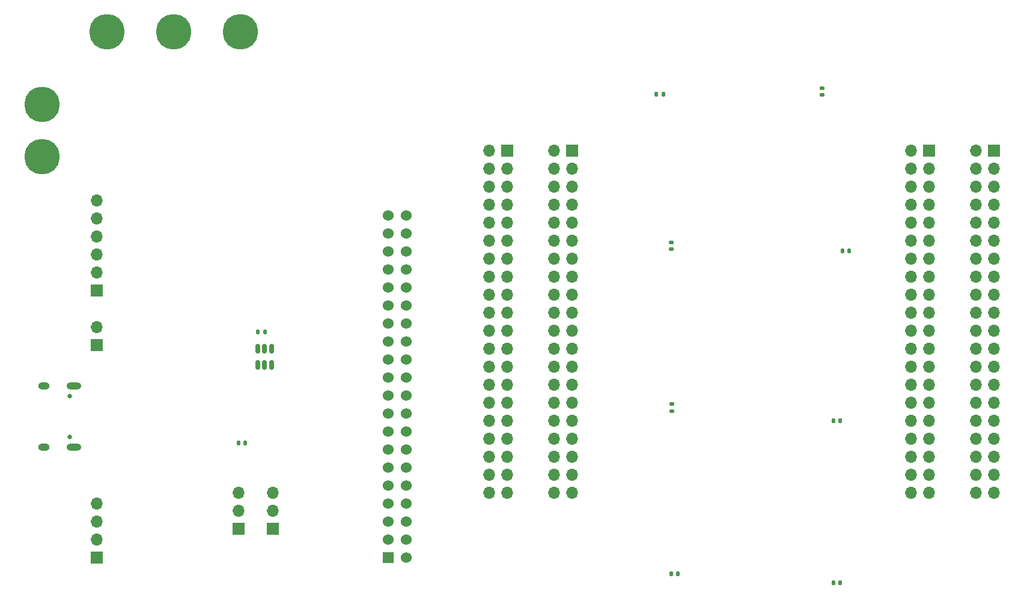
<source format=gbs>
G04 #@! TF.GenerationSoftware,KiCad,Pcbnew,(6.0.7)*
G04 #@! TF.CreationDate,2023-05-24T01:03:00-04:00*
G04 #@! TF.ProjectId,ECELab_v1,4543454c-6162-45f7-9631-2e6b69636164,rev?*
G04 #@! TF.SameCoordinates,Original*
G04 #@! TF.FileFunction,Soldermask,Bot*
G04 #@! TF.FilePolarity,Negative*
%FSLAX46Y46*%
G04 Gerber Fmt 4.6, Leading zero omitted, Abs format (unit mm)*
G04 Created by KiCad (PCBNEW (6.0.7)) date 2023-05-24 01:03:00*
%MOMM*%
%LPD*%
G01*
G04 APERTURE LIST*
G04 Aperture macros list*
%AMRoundRect*
0 Rectangle with rounded corners*
0 $1 Rounding radius*
0 $2 $3 $4 $5 $6 $7 $8 $9 X,Y pos of 4 corners*
0 Add a 4 corners polygon primitive as box body*
4,1,4,$2,$3,$4,$5,$6,$7,$8,$9,$2,$3,0*
0 Add four circle primitives for the rounded corners*
1,1,$1+$1,$2,$3*
1,1,$1+$1,$4,$5*
1,1,$1+$1,$6,$7*
1,1,$1+$1,$8,$9*
0 Add four rect primitives between the rounded corners*
20,1,$1+$1,$2,$3,$4,$5,0*
20,1,$1+$1,$4,$5,$6,$7,0*
20,1,$1+$1,$6,$7,$8,$9,0*
20,1,$1+$1,$8,$9,$2,$3,0*%
G04 Aperture macros list end*
%ADD10C,5.000000*%
%ADD11R,1.700000X1.700000*%
%ADD12O,1.700000X1.700000*%
%ADD13R,1.524000X1.524000*%
%ADD14C,1.524000*%
%ADD15C,0.650000*%
%ADD16O,1.600000X1.000000*%
%ADD17O,2.100000X1.000000*%
%ADD18RoundRect,0.140000X-0.140000X-0.170000X0.140000X-0.170000X0.140000X0.170000X-0.140000X0.170000X0*%
%ADD19RoundRect,0.140000X-0.170000X0.140000X-0.170000X-0.140000X0.170000X-0.140000X0.170000X0.140000X0*%
%ADD20RoundRect,0.140000X0.140000X0.170000X-0.140000X0.170000X-0.140000X-0.170000X0.140000X-0.170000X0*%
%ADD21RoundRect,0.150000X-0.150000X0.512500X-0.150000X-0.512500X0.150000X-0.512500X0.150000X0.512500X0*%
%ADD22RoundRect,0.135000X-0.135000X-0.185000X0.135000X-0.185000X0.135000X0.185000X-0.135000X0.185000X0*%
G04 APERTURE END LIST*
D10*
X107950000Y-84328000D03*
D11*
X140475000Y-136815000D03*
D12*
X140475000Y-134275000D03*
X140475000Y-131735000D03*
D11*
X242037000Y-83477000D03*
D12*
X239497000Y-83477000D03*
X242037000Y-86017000D03*
X239497000Y-86017000D03*
X242037000Y-88557000D03*
X239497000Y-88557000D03*
X242037000Y-91097000D03*
X239497000Y-91097000D03*
X242037000Y-93637000D03*
X239497000Y-93637000D03*
X242037000Y-96177000D03*
X239497000Y-96177000D03*
X242037000Y-98717000D03*
X239497000Y-98717000D03*
X242037000Y-101257000D03*
X239497000Y-101257000D03*
X242037000Y-103797000D03*
X239497000Y-103797000D03*
X242037000Y-106337000D03*
X239497000Y-106337000D03*
X242037000Y-108877000D03*
X239497000Y-108877000D03*
X242037000Y-111417000D03*
X239497000Y-111417000D03*
X242037000Y-113957000D03*
X239497000Y-113957000D03*
X242037000Y-116497000D03*
X239497000Y-116497000D03*
X242037000Y-119037000D03*
X239497000Y-119037000D03*
X242037000Y-121577000D03*
X239497000Y-121577000D03*
X242037000Y-124117000D03*
X239497000Y-124117000D03*
X242037000Y-126657000D03*
X239497000Y-126657000D03*
X242037000Y-129197000D03*
X239497000Y-129197000D03*
X242037000Y-131737000D03*
X239497000Y-131737000D03*
D11*
X232893000Y-83477000D03*
D12*
X230353000Y-83477000D03*
X232893000Y-86017000D03*
X230353000Y-86017000D03*
X232893000Y-88557000D03*
X230353000Y-88557000D03*
X232893000Y-91097000D03*
X230353000Y-91097000D03*
X232893000Y-93637000D03*
X230353000Y-93637000D03*
X232893000Y-96177000D03*
X230353000Y-96177000D03*
X232893000Y-98717000D03*
X230353000Y-98717000D03*
X232893000Y-101257000D03*
X230353000Y-101257000D03*
X232893000Y-103797000D03*
X230353000Y-103797000D03*
X232893000Y-106337000D03*
X230353000Y-106337000D03*
X232893000Y-108877000D03*
X230353000Y-108877000D03*
X232893000Y-111417000D03*
X230353000Y-111417000D03*
X232893000Y-113957000D03*
X230353000Y-113957000D03*
X232893000Y-116497000D03*
X230353000Y-116497000D03*
X232893000Y-119037000D03*
X230353000Y-119037000D03*
X232893000Y-121577000D03*
X230353000Y-121577000D03*
X232893000Y-124117000D03*
X230353000Y-124117000D03*
X232893000Y-126657000D03*
X230353000Y-126657000D03*
X232893000Y-129197000D03*
X230353000Y-129197000D03*
X232893000Y-131737000D03*
X230353000Y-131737000D03*
D11*
X182601000Y-83477000D03*
D12*
X180061000Y-83477000D03*
X182601000Y-86017000D03*
X180061000Y-86017000D03*
X182601000Y-88557000D03*
X180061000Y-88557000D03*
X182601000Y-91097000D03*
X180061000Y-91097000D03*
X182601000Y-93637000D03*
X180061000Y-93637000D03*
X182601000Y-96177000D03*
X180061000Y-96177000D03*
X182601000Y-98717000D03*
X180061000Y-98717000D03*
X182601000Y-101257000D03*
X180061000Y-101257000D03*
X182601000Y-103797000D03*
X180061000Y-103797000D03*
X182601000Y-106337000D03*
X180061000Y-106337000D03*
X182601000Y-108877000D03*
X180061000Y-108877000D03*
X182601000Y-111417000D03*
X180061000Y-111417000D03*
X182601000Y-113957000D03*
X180061000Y-113957000D03*
X182601000Y-116497000D03*
X180061000Y-116497000D03*
X182601000Y-119037000D03*
X180061000Y-119037000D03*
X182601000Y-121577000D03*
X180061000Y-121577000D03*
X182601000Y-124117000D03*
X180061000Y-124117000D03*
X182601000Y-126657000D03*
X180061000Y-126657000D03*
X182601000Y-129197000D03*
X180061000Y-129197000D03*
X182601000Y-131737000D03*
X180061000Y-131737000D03*
D11*
X173457000Y-83477000D03*
D12*
X170917000Y-83477000D03*
X173457000Y-86017000D03*
X170917000Y-86017000D03*
X173457000Y-88557000D03*
X170917000Y-88557000D03*
X173457000Y-91097000D03*
X170917000Y-91097000D03*
X173457000Y-93637000D03*
X170917000Y-93637000D03*
X173457000Y-96177000D03*
X170917000Y-96177000D03*
X173457000Y-98717000D03*
X170917000Y-98717000D03*
X173457000Y-101257000D03*
X170917000Y-101257000D03*
X173457000Y-103797000D03*
X170917000Y-103797000D03*
X173457000Y-106337000D03*
X170917000Y-106337000D03*
X173457000Y-108877000D03*
X170917000Y-108877000D03*
X173457000Y-111417000D03*
X170917000Y-111417000D03*
X173457000Y-113957000D03*
X170917000Y-113957000D03*
X173457000Y-116497000D03*
X170917000Y-116497000D03*
X173457000Y-119037000D03*
X170917000Y-119037000D03*
X173457000Y-121577000D03*
X170917000Y-121577000D03*
X173457000Y-124117000D03*
X170917000Y-124117000D03*
X173457000Y-126657000D03*
X170917000Y-126657000D03*
X173457000Y-129197000D03*
X170917000Y-129197000D03*
X173457000Y-131737000D03*
X170917000Y-131737000D03*
D10*
X135864600Y-66751200D03*
D11*
X115671600Y-110891400D03*
D12*
X115671600Y-108351400D03*
D10*
X117119400Y-66751200D03*
D13*
X156732400Y-140860800D03*
D14*
X159272400Y-140860800D03*
X156732400Y-138320800D03*
X159272400Y-138320800D03*
X156732400Y-135780800D03*
X159272400Y-135780800D03*
X156732400Y-133240800D03*
X159272400Y-133240800D03*
X156732400Y-130700800D03*
X159272400Y-130700800D03*
X156732400Y-128160800D03*
X159272400Y-128160800D03*
X156732400Y-125620800D03*
X159272400Y-125620800D03*
X156732400Y-123080800D03*
X159272400Y-123080800D03*
X156732400Y-120540800D03*
X159272400Y-120540800D03*
X156732400Y-118000800D03*
X159272400Y-118000800D03*
X156732400Y-115460800D03*
X159272400Y-115460800D03*
X156732400Y-112920800D03*
X159272400Y-112920800D03*
X156732400Y-110380800D03*
X159272400Y-110380800D03*
X156732400Y-107840800D03*
X159272400Y-107840800D03*
X156732400Y-105300800D03*
X159272400Y-105300800D03*
X156732400Y-102760800D03*
X159272400Y-102760800D03*
X156732400Y-100220800D03*
X159272400Y-100220800D03*
X156732400Y-97680800D03*
X159272400Y-97680800D03*
X156732400Y-95140800D03*
X159272400Y-95140800D03*
X156732400Y-92600800D03*
X159272400Y-92600800D03*
D15*
X111869600Y-123895600D03*
X111869600Y-118115600D03*
D16*
X108219600Y-125325600D03*
X108219600Y-116685600D03*
D17*
X112399600Y-116685600D03*
X112399600Y-125325600D03*
D10*
X126517400Y-66751200D03*
D11*
X115627000Y-140909200D03*
D12*
X115627000Y-138369200D03*
X115627000Y-135829200D03*
X115627000Y-133289200D03*
D11*
X135636000Y-136840000D03*
D12*
X135636000Y-134300000D03*
X135636000Y-131760000D03*
D11*
X115677800Y-103174800D03*
D12*
X115677800Y-100634800D03*
X115677800Y-98094800D03*
X115677800Y-95554800D03*
X115677800Y-93014800D03*
X115677800Y-90474800D03*
D10*
X107950000Y-76962000D03*
D18*
X135638600Y-124714000D03*
X136598600Y-124714000D03*
D19*
X196550000Y-96420000D03*
X196550000Y-97380000D03*
D20*
X197507800Y-143179800D03*
X196547800Y-143179800D03*
D19*
X217875000Y-74670000D03*
X217875000Y-75630000D03*
D21*
X138343600Y-111435300D03*
X139293600Y-111435300D03*
X140243600Y-111435300D03*
X140243600Y-113710300D03*
X139293600Y-113710300D03*
X138343600Y-113710300D03*
D20*
X221655000Y-97600000D03*
X220695000Y-97600000D03*
X220367800Y-144399000D03*
X219407800Y-144399000D03*
D19*
X196672200Y-119230200D03*
X196672200Y-120190200D03*
D18*
X194495000Y-75500000D03*
X195455000Y-75500000D03*
D22*
X138351800Y-109042200D03*
X139371800Y-109042200D03*
D20*
X220393200Y-121564400D03*
X219433200Y-121564400D03*
M02*

</source>
